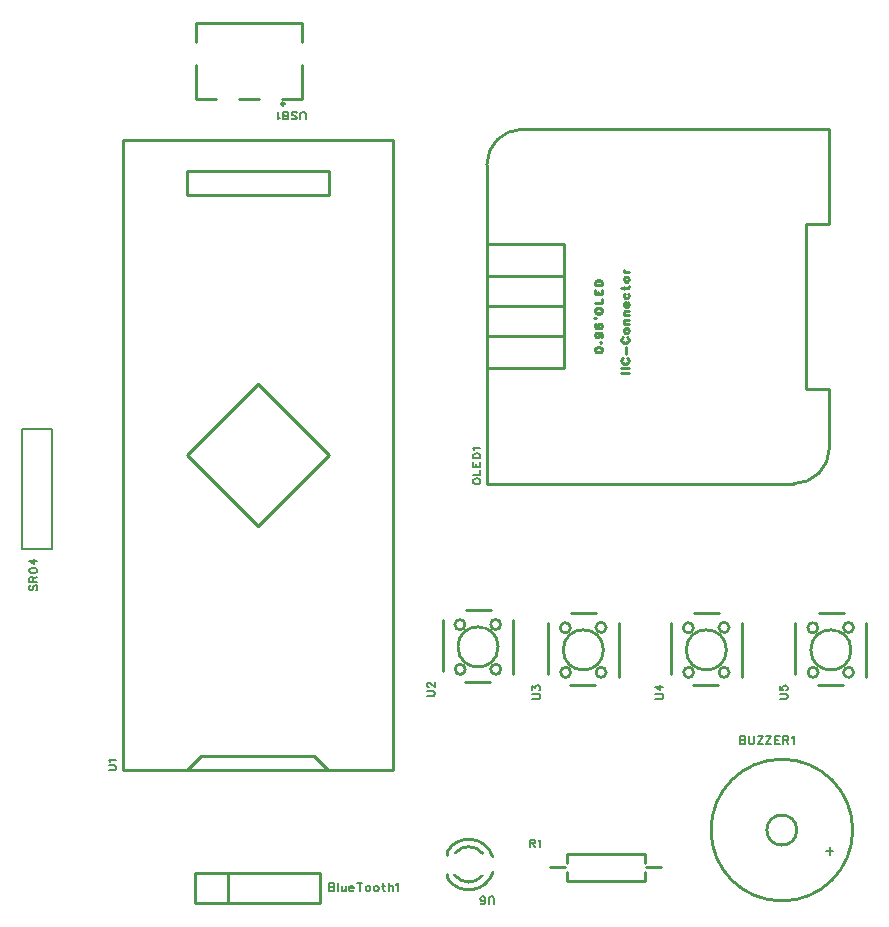
<source format=gto>
G04 Layer: TopSilkscreenLayer*
G04 EasyEDA Pro v2.2.34.8, 2025-02-03 13:19:09*
G04 Gerber Generator version 0.3*
G04 Scale: 100 percent, Rotated: No, Reflected: No*
G04 Dimensions in millimeters*
G04 Leading zeros omitted, absolute positions, 4 integers and 5 decimals*
%FSLAX45Y45*%
%MOMM*%
%ADD10C,0.1524*%
%ADD11C,0.25*%
%ADD12C,0.254*%
%ADD13C,0.2032*%
%ADD14C,0.203*%
G75*


G04 Text Start*
G54D10*
G01X9870981Y3016270D02*
G01X9870981Y3079262D01*
G01X9902477Y3047766D02*
G01X9839485Y3047766D01*
G01X9113520Y4018534D02*
G01X9113520Y3953510D01*
G01X9113520Y4018534D02*
G01X9141460Y4018534D01*
G01X9150604Y4015486D01*
G01X9153652Y4012438D01*
G01X9156954Y4006088D01*
G01X9156954Y3999992D01*
G01X9153652Y3993896D01*
G01X9150604Y3990848D01*
G01X9141460Y3987546D01*
G01X9113520Y3987546D02*
G01X9141460Y3987546D01*
G01X9150604Y3984498D01*
G01X9153652Y3981450D01*
G01X9156954Y3975354D01*
G01X9156954Y3965956D01*
G01X9153652Y3959860D01*
G01X9150604Y3956558D01*
G01X9141460Y3953510D01*
G01X9113520Y3953510D01*
G01X9187180Y4018534D02*
G01X9187180Y3972052D01*
G01X9190228Y3962908D01*
G01X9196324Y3956558D01*
G01X9205722Y3953510D01*
G01X9211818Y3953510D01*
G01X9221216Y3956558D01*
G01X9227312Y3962908D01*
G01X9230360Y3972052D01*
G01X9230360Y4018534D01*
G01X9303766Y4018534D02*
G01X9260586Y3953510D01*
G01X9260586Y4018534D02*
G01X9303766Y4018534D01*
G01X9260586Y3953510D02*
G01X9303766Y3953510D01*
G01X9377172Y4018534D02*
G01X9333992Y3953510D01*
G01X9333992Y4018534D02*
G01X9377172Y4018534D01*
G01X9333992Y3953510D02*
G01X9377172Y3953510D01*
G01X9407398Y4018534D02*
G01X9407398Y3953510D01*
G01X9407398Y4018534D02*
G01X9447530Y4018534D01*
G01X9407398Y3987546D02*
G01X9432036Y3987546D01*
G01X9407398Y3953510D02*
G01X9447530Y3953510D01*
G01X9477756Y4018534D02*
G01X9477756Y3953510D01*
G01X9477756Y4018534D02*
G01X9505442Y4018534D01*
G01X9514840Y4015486D01*
G01X9517888Y4012438D01*
G01X9520936Y4006088D01*
G01X9520936Y3999992D01*
G01X9517888Y3993896D01*
G01X9514840Y3990848D01*
G01X9505442Y3987546D01*
G01X9477756Y3987546D01*
G01X9499346Y3987546D02*
G01X9520936Y3953510D01*
G01X9551162Y4006088D02*
G01X9557258Y4009390D01*
G01X9566402Y4018534D01*
G01X9566402Y3953510D01*
G54D11*
G01X8107210Y7094982D02*
G01X8169440Y7094982D01*
G01X8107210Y7134352D02*
G01X8169440Y7134352D01*
G01X8121942Y7218172D02*
G01X8116100Y7215124D01*
G01X8110004Y7209282D01*
G01X8107210Y7203186D01*
G01X8107210Y7191502D01*
G01X8110004Y7185406D01*
G01X8116100Y7179564D01*
G01X8121942Y7176516D01*
G01X8130832Y7173722D01*
G01X8145564Y7173722D01*
G01X8154708Y7176516D01*
G01X8160550Y7179564D01*
G01X8166392Y7185406D01*
G01X8169440Y7191502D01*
G01X8169440Y7203186D01*
G01X8166392Y7209282D01*
G01X8160550Y7215124D01*
G01X8154708Y7218172D01*
G01X8142770Y7257542D02*
G01X8142770Y7310882D01*
G01X8121942Y7394702D02*
G01X8116100Y7391654D01*
G01X8110004Y7385812D01*
G01X8107210Y7379716D01*
G01X8107210Y7368032D01*
G01X8110004Y7361936D01*
G01X8116100Y7356094D01*
G01X8121942Y7353046D01*
G01X8130832Y7350252D01*
G01X8145564Y7350252D01*
G01X8154708Y7353046D01*
G01X8160550Y7356094D01*
G01X8166392Y7361936D01*
G01X8169440Y7368032D01*
G01X8169440Y7379716D01*
G01X8166392Y7385812D01*
G01X8160550Y7391654D01*
G01X8154708Y7394702D01*
G01X8127784Y7448804D02*
G01X8130832Y7442962D01*
G01X8136674Y7436866D01*
G01X8145564Y7434072D01*
G01X8151660Y7434072D01*
G01X8160550Y7436866D01*
G01X8166392Y7442962D01*
G01X8169440Y7448804D01*
G01X8169440Y7457694D01*
G01X8166392Y7463536D01*
G01X8160550Y7469632D01*
G01X8151660Y7472426D01*
G01X8145564Y7472426D01*
G01X8136674Y7469632D01*
G01X8130832Y7463536D01*
G01X8127784Y7457694D01*
G01X8127784Y7448804D01*
G01X8127784Y7511796D02*
G01X8169440Y7511796D01*
G01X8139722Y7511796D02*
G01X8130832Y7520686D01*
G01X8127784Y7526528D01*
G01X8127784Y7535418D01*
G01X8130832Y7541260D01*
G01X8139722Y7544308D01*
G01X8169440Y7544308D01*
G01X8127784Y7583678D02*
G01X8169440Y7583678D01*
G01X8139722Y7583678D02*
G01X8130832Y7592568D01*
G01X8127784Y7598410D01*
G01X8127784Y7607300D01*
G01X8130832Y7613142D01*
G01X8139722Y7616190D01*
G01X8169440Y7616190D01*
G01X8145564Y7655560D02*
G01X8145564Y7691120D01*
G01X8139722Y7691120D01*
G01X8133880Y7688072D01*
G01X8130832Y7685024D01*
G01X8127784Y7679182D01*
G01X8127784Y7670292D01*
G01X8130832Y7664450D01*
G01X8136674Y7658354D01*
G01X8145564Y7655560D01*
G01X8151660Y7655560D01*
G01X8160550Y7658354D01*
G01X8166392Y7664450D01*
G01X8169440Y7670292D01*
G01X8169440Y7679182D01*
G01X8166392Y7685024D01*
G01X8160550Y7691120D01*
G01X8136674Y7766050D02*
G01X8130832Y7759954D01*
G01X8127784Y7754112D01*
G01X8127784Y7745222D01*
G01X8130832Y7739380D01*
G01X8136674Y7733284D01*
G01X8145564Y7730490D01*
G01X8151660Y7730490D01*
G01X8160550Y7733284D01*
G01X8166392Y7739380D01*
G01X8169440Y7745222D01*
G01X8169440Y7754112D01*
G01X8166392Y7759954D01*
G01X8160550Y7766050D01*
G01X8107210Y7814310D02*
G01X8157502Y7814310D01*
G01X8166392Y7817104D01*
G01X8169440Y7823200D01*
G01X8169440Y7829042D01*
G01X8127784Y7805420D02*
G01X8127784Y7825994D01*
G01X8127784Y7883144D02*
G01X8130832Y7877302D01*
G01X8136674Y7871206D01*
G01X8145564Y7868412D01*
G01X8151660Y7868412D01*
G01X8160550Y7871206D01*
G01X8166392Y7877302D01*
G01X8169440Y7883144D01*
G01X8169440Y7892034D01*
G01X8166392Y7897876D01*
G01X8160550Y7903972D01*
G01X8151660Y7906766D01*
G01X8145564Y7906766D01*
G01X8136674Y7903972D01*
G01X8130832Y7897876D01*
G01X8127784Y7892034D01*
G01X8127784Y7883144D01*
G01X8127784Y7946136D02*
G01X8169440Y7946136D01*
G01X8145564Y7946136D02*
G01X8136674Y7948930D01*
G01X8130832Y7955026D01*
G01X8127784Y7960868D01*
G01X8127784Y7969758D01*
G01X7882446Y7288530D02*
G01X7885240Y7279640D01*
G01X7894130Y7273798D01*
G01X7909116Y7270750D01*
G01X7918006Y7270750D01*
G01X7932738Y7273798D01*
G01X7941628Y7279640D01*
G01X7944676Y7288530D01*
G01X7944676Y7294626D01*
G01X7941628Y7303516D01*
G01X7932738Y7309358D01*
G01X7918006Y7312406D01*
G01X7909116Y7312406D01*
G01X7894130Y7309358D01*
G01X7885240Y7303516D01*
G01X7882446Y7294626D01*
G01X7882446Y7288530D01*
G01X7929944Y7354570D02*
G01X7932738Y7351776D01*
G01X7935786Y7354570D01*
G01X7932738Y7357618D01*
G01X7929944Y7354570D01*
G01X7903020Y7435342D02*
G01X7911910Y7432548D01*
G01X7918006Y7426452D01*
G01X7920800Y7417562D01*
G01X7920800Y7414768D01*
G01X7918006Y7405878D01*
G01X7911910Y7399782D01*
G01X7903020Y7396988D01*
G01X7900226Y7396988D01*
G01X7891336Y7399782D01*
G01X7885240Y7405878D01*
G01X7882446Y7414768D01*
G01X7882446Y7417562D01*
G01X7885240Y7426452D01*
G01X7891336Y7432548D01*
G01X7903020Y7435342D01*
G01X7918006Y7435342D01*
G01X7932738Y7432548D01*
G01X7941628Y7426452D01*
G01X7944676Y7417562D01*
G01X7944676Y7411720D01*
G01X7941628Y7402830D01*
G01X7935786Y7399782D01*
G01X7891336Y7510272D02*
G01X7885240Y7507224D01*
G01X7882446Y7498334D01*
G01X7882446Y7492492D01*
G01X7885240Y7483602D01*
G01X7894130Y7477506D01*
G01X7909116Y7474712D01*
G01X7923848Y7474712D01*
G01X7935786Y7477506D01*
G01X7941628Y7483602D01*
G01X7944676Y7492492D01*
G01X7944676Y7495286D01*
G01X7941628Y7504176D01*
G01X7935786Y7510272D01*
G01X7926896Y7513066D01*
G01X7923848Y7513066D01*
G01X7914958Y7510272D01*
G01X7909116Y7504176D01*
G01X7906068Y7495286D01*
G01X7906068Y7492492D01*
G01X7909116Y7483602D01*
G01X7914958Y7477506D01*
G01X7923848Y7474712D01*
G01X7873302Y7558278D02*
G01X7891336Y7558278D01*
G01X7882446Y7615428D02*
G01X7885240Y7609332D01*
G01X7891336Y7603490D01*
G01X7897178Y7600442D01*
G01X7906068Y7597648D01*
G01X7920800Y7597648D01*
G01X7929944Y7600442D01*
G01X7935786Y7603490D01*
G01X7941628Y7609332D01*
G01X7944676Y7615428D01*
G01X7944676Y7627112D01*
G01X7941628Y7633208D01*
G01X7935786Y7639050D01*
G01X7929944Y7642098D01*
G01X7920800Y7645146D01*
G01X7906068Y7645146D01*
G01X7897178Y7642098D01*
G01X7891336Y7639050D01*
G01X7885240Y7633208D01*
G01X7882446Y7627112D01*
G01X7882446Y7615428D01*
G01X7882446Y7684516D02*
G01X7944676Y7684516D01*
G01X7944676Y7684516D02*
G01X7944676Y7720076D01*
G01X7882446Y7759446D02*
G01X7944676Y7759446D01*
G01X7882446Y7759446D02*
G01X7882446Y7797800D01*
G01X7911910Y7759446D02*
G01X7911910Y7783068D01*
G01X7944676Y7759446D02*
G01X7944676Y7797800D01*
G01X7882446Y7837170D02*
G01X7944676Y7837170D01*
G01X7882446Y7837170D02*
G01X7882446Y7857744D01*
G01X7885240Y7866634D01*
G01X7891336Y7872730D01*
G01X7897178Y7875524D01*
G01X7906068Y7878572D01*
G01X7920800Y7878572D01*
G01X7929944Y7875524D01*
G01X7935786Y7872730D01*
G01X7941628Y7866634D01*
G01X7944676Y7857744D01*
G01X7944676Y7837170D01*
G54D10*
G01X6848094Y6171435D02*
G01X6851142Y6165339D01*
G01X6857238Y6158989D01*
G01X6863588Y6155941D01*
G01X6872732Y6152893D01*
G01X6888226Y6152893D01*
G01X6897624Y6155941D01*
G01X6903720Y6158989D01*
G01X6910070Y6165339D01*
G01X6913118Y6171435D01*
G01X6913118Y6183881D01*
G01X6910070Y6189977D01*
G01X6903720Y6196327D01*
G01X6897624Y6199375D01*
G01X6888226Y6202423D01*
G01X6872732Y6202423D01*
G01X6863588Y6199375D01*
G01X6857238Y6196327D01*
G01X6851142Y6189977D01*
G01X6848094Y6183881D01*
G01X6848094Y6171435D01*
G01X6848094Y6232649D02*
G01X6913118Y6232649D01*
G01X6913118Y6232649D02*
G01X6913118Y6269733D01*
G01X6848094Y6299959D02*
G01X6913118Y6299959D01*
G01X6848094Y6299959D02*
G01X6848094Y6340091D01*
G01X6879082Y6299959D02*
G01X6879082Y6324597D01*
G01X6913118Y6299959D02*
G01X6913118Y6340091D01*
G01X6848094Y6370317D02*
G01X6913118Y6370317D01*
G01X6848094Y6370317D02*
G01X6848094Y6391907D01*
G01X6851142Y6401051D01*
G01X6857238Y6407401D01*
G01X6863588Y6410449D01*
G01X6872732Y6413497D01*
G01X6888226Y6413497D01*
G01X6897624Y6410449D01*
G01X6903720Y6407401D01*
G01X6910070Y6401051D01*
G01X6913118Y6391907D01*
G01X6913118Y6370317D01*
G01X6860540Y6443723D02*
G01X6857238Y6449819D01*
G01X6848094Y6458963D01*
G01X6913118Y6458963D01*
G01X7332017Y3142234D02*
G01X7332017Y3077210D01*
G01X7332017Y3142234D02*
G01X7359957Y3142234D01*
G01X7369101Y3139186D01*
G01X7372149Y3136138D01*
G01X7375451Y3129788D01*
G01X7375451Y3123692D01*
G01X7372149Y3117596D01*
G01X7369101Y3114548D01*
G01X7359957Y3111246D01*
G01X7332017Y3111246D01*
G01X7353607Y3111246D02*
G01X7375451Y3077210D01*
G01X7405677Y3129788D02*
G01X7411773Y3133090D01*
G01X7420917Y3142234D01*
G01X7420917Y3077210D01*
G01X3102610Y5296154D02*
G01X3096514Y5289804D01*
G01X3093466Y5280660D01*
G01X3093466Y5268214D01*
G01X3096514Y5258816D01*
G01X3102610Y5252720D01*
G01X3108960Y5252720D01*
G01X3115056Y5255768D01*
G01X3118104Y5258816D01*
G01X3121152Y5265166D01*
G01X3127502Y5283708D01*
G01X3130550Y5289804D01*
G01X3133598Y5292852D01*
G01X3139948Y5296154D01*
G01X3149092Y5296154D01*
G01X3155442Y5289804D01*
G01X3158490Y5280660D01*
G01X3158490Y5268214D01*
G01X3155442Y5258816D01*
G01X3149092Y5252720D01*
G01X3093466Y5326380D02*
G01X3158490Y5326380D01*
G01X3093466Y5326380D02*
G01X3093466Y5354066D01*
G01X3096514Y5363464D01*
G01X3099562Y5366512D01*
G01X3105912Y5369560D01*
G01X3112008Y5369560D01*
G01X3118104Y5366512D01*
G01X3121152Y5363464D01*
G01X3124454Y5354066D01*
G01X3124454Y5326380D01*
G01X3124454Y5347970D02*
G01X3158490Y5369560D01*
G01X3093466Y5418328D02*
G01X3096514Y5408930D01*
G01X3105912Y5402834D01*
G01X3121152Y5399786D01*
G01X3130550Y5399786D01*
G01X3146044Y5402834D01*
G01X3155442Y5408930D01*
G01X3158490Y5418328D01*
G01X3158490Y5424424D01*
G01X3155442Y5433822D01*
G01X3146044Y5439918D01*
G01X3130550Y5442966D01*
G01X3121152Y5442966D01*
G01X3105912Y5439918D01*
G01X3096514Y5433822D01*
G01X3093466Y5424424D01*
G01X3093466Y5418328D01*
G01X3093466Y5503926D02*
G01X3136646Y5473192D01*
G01X3136646Y5519420D01*
G01X3093466Y5503926D02*
G01X3158490Y5503926D01*
G01X3766569Y3728725D02*
G01X3813051Y3728725D01*
G01X3822195Y3731773D01*
G01X3828545Y3738123D01*
G01X3831593Y3747267D01*
G01X3831593Y3753617D01*
G01X3828545Y3762761D01*
G01X3822195Y3768857D01*
G01X3813051Y3772159D01*
G01X3766569Y3772159D01*
G01X3779015Y3802385D02*
G01X3775713Y3808481D01*
G01X3766569Y3817625D01*
G01X3831593Y3817625D01*
G01X6461112Y4357827D02*
G01X6507594Y4357827D01*
G01X6516738Y4360875D01*
G01X6523088Y4367225D01*
G01X6526136Y4376369D01*
G01X6526136Y4382719D01*
G01X6523088Y4391863D01*
G01X6516738Y4397959D01*
G01X6507594Y4401261D01*
G01X6461112Y4401261D01*
G01X6476606Y4434535D02*
G01X6473558Y4434535D01*
G01X6467208Y4437583D01*
G01X6464160Y4440631D01*
G01X6461112Y4446727D01*
G01X6461112Y4459173D01*
G01X6464160Y4465523D01*
G01X6467208Y4468571D01*
G01X6473558Y4471619D01*
G01X6479654Y4471619D01*
G01X6485750Y4468571D01*
G01X6495148Y4462221D01*
G01X6526136Y4431487D01*
G01X6526136Y4474667D01*
G01X7353173Y4332427D02*
G01X7399655Y4332427D01*
G01X7408799Y4335475D01*
G01X7415149Y4341825D01*
G01X7418197Y4350969D01*
G01X7418197Y4357319D01*
G01X7415149Y4366463D01*
G01X7408799Y4372559D01*
G01X7399655Y4375861D01*
G01X7353173Y4375861D01*
G01X7353173Y4412183D02*
G01X7353173Y4446219D01*
G01X7377811Y4427677D01*
G01X7377811Y4436821D01*
G01X7380859Y4443171D01*
G01X7384161Y4446219D01*
G01X7393305Y4449267D01*
G01X7399655Y4449267D01*
G01X7408799Y4446219D01*
G01X7415149Y4440123D01*
G01X7418197Y4430725D01*
G01X7418197Y4421327D01*
G01X7415149Y4412183D01*
G01X7411847Y4409135D01*
G01X7405751Y4406087D01*
G01X8394573Y4332427D02*
G01X8441055Y4332427D01*
G01X8450199Y4335475D01*
G01X8456549Y4341825D01*
G01X8459597Y4350969D01*
G01X8459597Y4357319D01*
G01X8456549Y4366463D01*
G01X8450199Y4372559D01*
G01X8441055Y4375861D01*
G01X8394573Y4375861D01*
G01X8394573Y4436821D02*
G01X8437753Y4406087D01*
G01X8437753Y4452315D01*
G01X8394573Y4436821D02*
G01X8459597Y4436821D01*
G01X9448673Y4332427D02*
G01X9495155Y4332427D01*
G01X9504299Y4335475D01*
G01X9510649Y4341825D01*
G01X9513697Y4350969D01*
G01X9513697Y4357319D01*
G01X9510649Y4366463D01*
G01X9504299Y4372559D01*
G01X9495155Y4375861D01*
G01X9448673Y4375861D01*
G01X9448673Y4443171D02*
G01X9448673Y4412183D01*
G01X9476359Y4409135D01*
G01X9473311Y4412183D01*
G01X9470263Y4421327D01*
G01X9470263Y4430725D01*
G01X9473311Y4440123D01*
G01X9479661Y4446219D01*
G01X9488805Y4449267D01*
G01X9495155Y4449267D01*
G01X9504299Y4446219D01*
G01X9510649Y4440123D01*
G01X9513697Y4430725D01*
G01X9513697Y4421327D01*
G01X9510649Y4412183D01*
G01X9507347Y4409135D01*
G01X9501251Y4406087D01*
G01X7026323Y2598166D02*
G01X7026323Y2644648D01*
G01X7023275Y2653792D01*
G01X7016925Y2660142D01*
G01X7007781Y2663190D01*
G01X7001431Y2663190D01*
G01X6992287Y2660142D01*
G01X6986191Y2653792D01*
G01X6982889Y2644648D01*
G01X6982889Y2598166D01*
G01X6915579Y2607310D02*
G01X6918627Y2601214D01*
G01X6928025Y2598166D01*
G01X6934121Y2598166D01*
G01X6943519Y2601214D01*
G01X6949615Y2610612D01*
G01X6952663Y2625852D01*
G01X6952663Y2641346D01*
G01X6949615Y2653792D01*
G01X6943519Y2660142D01*
G01X6934121Y2663190D01*
G01X6931073Y2663190D01*
G01X6921929Y2660142D01*
G01X6915579Y2653792D01*
G01X6912531Y2644648D01*
G01X6912531Y2641346D01*
G01X6915579Y2632202D01*
G01X6921929Y2625852D01*
G01X6931073Y2622804D01*
G01X6934121Y2622804D01*
G01X6943519Y2625852D01*
G01X6949615Y2632202D01*
G01X6952663Y2641346D01*
G01X5432895Y9241587D02*
G01X5432895Y9288069D01*
G01X5429847Y9297213D01*
G01X5423497Y9303563D01*
G01X5414353Y9306611D01*
G01X5408003Y9306611D01*
G01X5398859Y9303563D01*
G01X5392763Y9297213D01*
G01X5389461Y9288069D01*
G01X5389461Y9241587D01*
G01X5316055Y9250731D02*
G01X5322151Y9244635D01*
G01X5331549Y9241587D01*
G01X5343995Y9241587D01*
G01X5353139Y9244635D01*
G01X5359235Y9250731D01*
G01X5359235Y9257081D01*
G01X5356187Y9263177D01*
G01X5353139Y9266225D01*
G01X5347043Y9269273D01*
G01X5328501Y9275623D01*
G01X5322151Y9278671D01*
G01X5319103Y9281719D01*
G01X5316055Y9288069D01*
G01X5316055Y9297213D01*
G01X5322151Y9303563D01*
G01X5331549Y9306611D01*
G01X5343995Y9306611D01*
G01X5353139Y9303563D01*
G01X5359235Y9297213D01*
G01X5285829Y9241587D02*
G01X5285829Y9306611D01*
G01X5285829Y9241587D02*
G01X5258143Y9241587D01*
G01X5248745Y9244635D01*
G01X5245697Y9247683D01*
G01X5242649Y9254033D01*
G01X5242649Y9260129D01*
G01X5245697Y9266225D01*
G01X5248745Y9269273D01*
G01X5258143Y9272575D01*
G01X5285829Y9272575D02*
G01X5258143Y9272575D01*
G01X5248745Y9275623D01*
G01X5245697Y9278671D01*
G01X5242649Y9284767D01*
G01X5242649Y9294165D01*
G01X5245697Y9300261D01*
G01X5248745Y9303563D01*
G01X5258143Y9306611D01*
G01X5285829Y9306611D01*
G01X5212423Y9254033D02*
G01X5206327Y9250731D01*
G01X5197183Y9241587D01*
G01X5197183Y9306611D01*
G01X5633720Y2773934D02*
G01X5633720Y2708910D01*
G01X5633720Y2773934D02*
G01X5661660Y2773934D01*
G01X5670804Y2770886D01*
G01X5673852Y2767838D01*
G01X5677154Y2761488D01*
G01X5677154Y2755392D01*
G01X5673852Y2749296D01*
G01X5670804Y2746248D01*
G01X5661660Y2742946D01*
G01X5633720Y2742946D02*
G01X5661660Y2742946D01*
G01X5670804Y2739898D01*
G01X5673852Y2736850D01*
G01X5677154Y2730754D01*
G01X5677154Y2721356D01*
G01X5673852Y2715260D01*
G01X5670804Y2711958D01*
G01X5661660Y2708910D01*
G01X5633720Y2708910D01*
G01X5707380Y2773934D02*
G01X5707380Y2708910D01*
G01X5737606Y2752344D02*
G01X5737606Y2721356D01*
G01X5740654Y2711958D01*
G01X5746750Y2708910D01*
G01X5756148Y2708910D01*
G01X5762244Y2711958D01*
G01X5771642Y2721356D01*
G01X5771642Y2752344D02*
G01X5771642Y2708910D01*
G01X5801868Y2733802D02*
G01X5838952Y2733802D01*
G01X5838952Y2739898D01*
G01X5835904Y2746248D01*
G01X5832602Y2749296D01*
G01X5826506Y2752344D01*
G01X5817108Y2752344D01*
G01X5811012Y2749296D01*
G01X5804916Y2742946D01*
G01X5801868Y2733802D01*
G01X5801868Y2727452D01*
G01X5804916Y2718308D01*
G01X5811012Y2711958D01*
G01X5817108Y2708910D01*
G01X5826506Y2708910D01*
G01X5832602Y2711958D01*
G01X5838952Y2718308D01*
G01X5890768Y2773934D02*
G01X5890768Y2708910D01*
G01X5869178Y2773934D02*
G01X5912358Y2773934D01*
G01X5957824Y2752344D02*
G01X5951728Y2749296D01*
G01X5945632Y2742946D01*
G01X5942584Y2733802D01*
G01X5942584Y2727452D01*
G01X5945632Y2718308D01*
G01X5951728Y2711958D01*
G01X5957824Y2708910D01*
G01X5967222Y2708910D01*
G01X5973318Y2711958D01*
G01X5979668Y2718308D01*
G01X5982716Y2727452D01*
G01X5982716Y2733802D01*
G01X5979668Y2742946D01*
G01X5973318Y2749296D01*
G01X5967222Y2752344D01*
G01X5957824Y2752344D01*
G01X6028182Y2752344D02*
G01X6022086Y2749296D01*
G01X6015990Y2742946D01*
G01X6012942Y2733802D01*
G01X6012942Y2727452D01*
G01X6015990Y2718308D01*
G01X6022086Y2711958D01*
G01X6028182Y2708910D01*
G01X6037580Y2708910D01*
G01X6043676Y2711958D01*
G01X6050026Y2718308D01*
G01X6053074Y2727452D01*
G01X6053074Y2733802D01*
G01X6050026Y2742946D01*
G01X6043676Y2749296D01*
G01X6037580Y2752344D01*
G01X6028182Y2752344D01*
G01X6092444Y2773934D02*
G01X6092444Y2721356D01*
G01X6095492Y2711958D01*
G01X6101842Y2708910D01*
G01X6107938Y2708910D01*
G01X6083300Y2752344D02*
G01X6104890Y2752344D01*
G01X6138164Y2773934D02*
G01X6138164Y2708910D01*
G01X6138164Y2739898D02*
G01X6147308Y2749296D01*
G01X6153404Y2752344D01*
G01X6162802Y2752344D01*
G01X6168898Y2749296D01*
G01X6172200Y2739898D01*
G01X6172200Y2708910D01*
G01X6202426Y2761488D02*
G01X6208522Y2764790D01*
G01X6217666Y2773934D01*
G01X6217666Y2708910D01*
G04 Text End*

G04 PolygonModel Start*
G54D12*
G01X9867900Y8357847D02*
G01X9867900Y9158204D01*
G01X9668002Y6957797D02*
G01X9668002Y8357847D01*
G01X9867803Y8357847D02*
G01X9667900Y8357847D01*
G01X9867900Y6957842D02*
G01X9668002Y6957842D01*
G01X7613142Y7403849D02*
G01X6978142Y7403849D01*
G01X6967858Y7657849D02*
G01X7613142Y7657849D01*
G01X7613142Y7911849D02*
G01X6978142Y7911849D01*
G01X7613142Y8182839D02*
G01X6967728Y8182839D01*
G01X7617844Y7132858D02*
G01X7617968Y7968231D01*
G01X7617968Y7968231D02*
G01X7617844Y8182839D01*
G01X6967858Y7132858D02*
G01X7613142Y7132858D01*
G01X6967880Y6158202D02*
G01X6967880Y8857841D01*
G01X9867900Y6457848D02*
G01X9867900Y6957842D01*
G01X7267849Y9158204D02*
G01X9867854Y9158204D01*
G01X6967880Y6158202D02*
G01X9567852Y6158202D01*
G01X6967728Y8857999D02*
G02X7267959Y9157970I299999J-28D01*
G01X9867900Y6457953D02*
G02X9567931Y6157973I-299999J20D01*
G01X7632697Y2908300D02*
G01X7505697Y2908300D01*
G01X8318500Y2908300D02*
G01X8445500Y2908300D01*
G01X8305797Y2870200D02*
G01X8305797Y2794000D01*
G01X8305797Y2794000D02*
G01X7645397Y2794000D01*
G01X7645397Y2794000D02*
G01X7645397Y2870200D01*
G01X7645400Y2946400D02*
G01X7645400Y3022600D01*
G01X7645400Y3022600D02*
G01X8305800Y3022600D01*
G01X8305800Y3022600D02*
G01X8305800Y2946400D01*
G54D13*
G01X3289300Y5600700D02*
G01X3035300Y5600700D01*
G01X3035300Y5600700D02*
G01X3035300Y6616700D01*
G01X3035300Y6616700D02*
G01X3289300Y6616700D01*
G01X3289300Y6616700D02*
G01X3289300Y6426200D01*
G54D14*
G01X3289300Y5600700D02*
G01X3289300Y6426200D01*
G54D12*
G01X5623654Y3733805D02*
G01X5506654Y3850805D01*
G01X5506654Y3850805D02*
G01X4629201Y3850805D01*
G01X4629201Y3850805D02*
G01X4549394Y3850805D01*
G01X4549394Y3850805D02*
G01X4432394Y3733805D01*
G01X4429201Y6400800D02*
G01X5029200Y5800801D01*
G01X5029200Y5800801D02*
G01X5629199Y6400800D01*
G01X5629199Y6400800D02*
G01X5029200Y7000799D01*
G01X5029200Y7000799D02*
G01X4429201Y6400800D01*
G01X3886203Y3733805D02*
G01X6172197Y3733805D01*
G01X3886203Y3733805D02*
G01X3886203Y9067795D01*
G01X3886203Y9067795D02*
G01X6172197Y9067795D01*
G01X6172197Y9067795D02*
G01X6172197Y3733805D01*
G01X7193039Y4547768D02*
G01X7193039Y5002632D01*
G01X6783040Y4475201D02*
G01X6993039Y4475201D01*
G01X6790240Y5085199D02*
G01X7003039Y5085199D01*
G01X6593040Y4575200D02*
G01X6593040Y5002632D01*
G01X8085099Y4522368D02*
G01X8085099Y4977232D01*
G01X7675100Y4449801D02*
G01X7885100Y4449801D01*
G01X7682301Y5059799D02*
G01X7895100Y5059799D01*
G01X7485101Y4549800D02*
G01X7485101Y4977232D01*
G01X9126499Y4522368D02*
G01X9126499Y4977232D01*
G01X8716500Y4449801D02*
G01X8926500Y4449801D01*
G01X8723701Y5059799D02*
G01X8936500Y5059799D01*
G01X8526501Y4549800D02*
G01X8526501Y4977232D01*
G01X10180599Y4522368D02*
G01X10180599Y4977232D01*
G01X9770600Y4449801D02*
G01X9980600Y4449801D01*
G01X9777801Y5059799D02*
G01X9990600Y5059799D01*
G01X9580601Y4549800D02*
G01X9580601Y4977232D01*
G01X6633914Y3017053D02*
G01X6634292Y3046517D01*
G01X6631788Y2819212D02*
G01X6631788Y2851765D01*
G01X6694541Y2844195D02*
G03X6929427Y2837010I120291J89504D01*
G01X6932158Y3027307D02*
G03X6699969Y3030309I-117324J-93607D01*
G01X6631788Y2819212D02*
G03X7021243Y2870398I183044J114488D01*
G01X7018033Y2997200D02*
G03X6634292Y3046517I-203200J-63498D01*
G01X4675464Y9412900D02*
G01X4507001Y9412900D01*
G01X4507001Y9412900D02*
G01X4507001Y9700082D01*
G01X5034854Y9415899D02*
G01X4871146Y9415899D01*
G01X5402999Y9700664D02*
G01X5402999Y9415899D01*
G01X5402999Y9415899D02*
G01X5231145Y9415899D01*
G01X4507001Y9897715D02*
G01X4507001Y10054897D01*
G01X4507001Y10054897D02*
G01X5402999Y10054897D01*
G01X5402999Y10054897D02*
G01X5402999Y9897133D01*
G01X5558201Y2857500D02*
G01X5558201Y2603500D01*
G01X4500199Y2857500D02*
G01X5558201Y2857500D01*
G01X4777552Y2857500D02*
G01X4777552Y2603500D01*
G01X4500199Y2603500D02*
G01X5558201Y2603500D01*
G01X4500199Y2857500D02*
G01X4500199Y2603500D01*

G04 Rect Start*
G01X5629196Y8600801D02*
G01X4429199Y8600801D01*
G01X4429199Y8800800D01*
G01X5629196Y8800800D01*
G01X5629196Y8600801D01*
G04 Rect End*

G04 Circle Start*
G01X9338622Y3224296D02*
G03X9592622Y3224296I127000J0D01*
G03X9338622Y3224296I-127000J0D01*
G01X8865624Y3224296D02*
G03X10065621Y3224296I599999J0D01*
G03X8865624Y3224296I-599999J0D01*
G01X6723037Y4775200D02*
G03X7063042Y4775200I170002J0D01*
G03X6723037Y4775200I-170002J0D01*
G01X6999872Y4964989D02*
G03X7085876Y4964989I43002J0D01*
G03X6999872Y4964989I-43002J0D01*
G01X6699872Y4585005D02*
G03X6785877Y4585005I43002J0D01*
G03X6699872Y4585005I-43002J0D01*
G01X7000024Y4585208D02*
G03X7086029Y4585208I43002J0D01*
G03X7000024Y4585208I-43002J0D01*
G01X6697129Y4962373D02*
G03X6783134Y4962373I43002J0D01*
G03X6697129Y4962373I-43002J0D01*
G01X7615098Y4749800D02*
G03X7955102Y4749800I170002J0D01*
G03X7615098Y4749800I-170002J0D01*
G01X7891932Y4939589D02*
G03X7977937Y4939589I43002J0D01*
G03X7891932Y4939589I-43002J0D01*
G01X7591933Y4559605D02*
G03X7677937Y4559605I43002J0D01*
G03X7591933Y4559605I-43002J0D01*
G01X7892085Y4559808D02*
G03X7978089Y4559808I43002J0D01*
G03X7892085Y4559808I-43002J0D01*
G01X7589190Y4936973D02*
G03X7675194Y4936973I43002J0D01*
G03X7589190Y4936973I-43002J0D01*
G01X8656498Y4749800D02*
G03X8996502Y4749800I170002J0D01*
G03X8656498Y4749800I-170002J0D01*
G01X8933332Y4939589D02*
G03X9019337Y4939589I43002J0D01*
G03X8933332Y4939589I-43002J0D01*
G01X8633333Y4559605D02*
G03X8719337Y4559605I43002J0D01*
G03X8633333Y4559605I-43002J0D01*
G01X8933485Y4559808D02*
G03X9019489Y4559808I43002J0D01*
G03X8933485Y4559808I-43002J0D01*
G01X8630590Y4936973D02*
G03X8716594Y4936973I43002J0D01*
G03X8630590Y4936973I-43002J0D01*
G01X9710598Y4749800D02*
G03X10050602Y4749800I170002J0D01*
G03X9710598Y4749800I-170002J0D01*
G01X9987432Y4939589D02*
G03X10073437Y4939589I43002J0D01*
G03X9987432Y4939589I-43002J0D01*
G01X9687433Y4559605D02*
G03X9773437Y4559605I43002J0D01*
G03X9687433Y4559605I-43002J0D01*
G01X9987585Y4559808D02*
G03X10073589Y4559808I43002J0D01*
G03X9987585Y4559808I-43002J0D01*
G01X9684690Y4936973D02*
G03X9770694Y4936973I43002J0D01*
G03X9684690Y4936973I-43002J0D01*
G01X5229301Y9373921D02*
G03X5254701Y9373921I12700J0D01*
G03X5229301Y9373921I-12700J0D01*
G04 Circle End*

M02*


</source>
